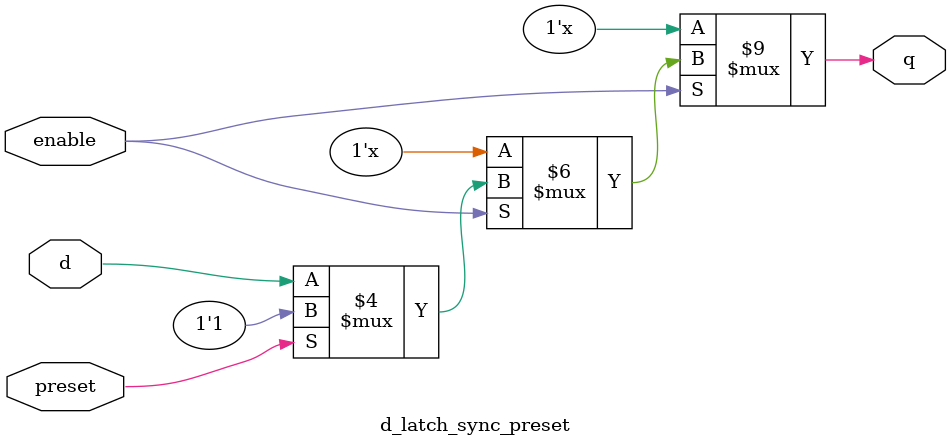
<source format=sv>
module d_latch_sync_preset (
    input wire d,
    input wire enable,
    input wire preset,   // Synchronous preset
    output reg q
);
    always @* begin
        if (enable) begin
            if (preset)
                q = 1'b1;
            else
                q = d;
        end
    end
endmodule
</source>
